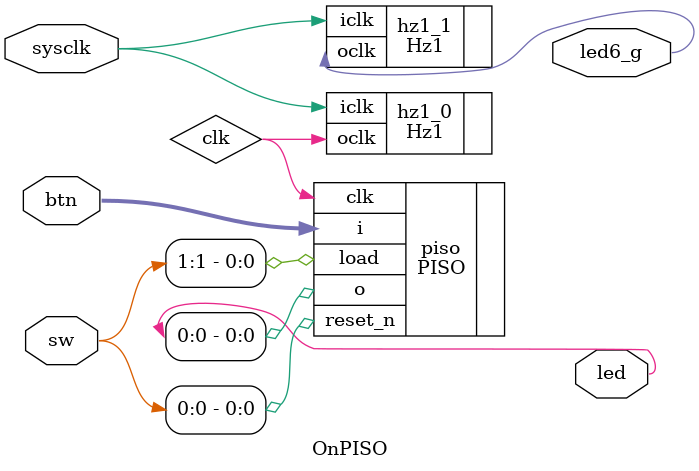
<source format=v>
`timescale 1ns / 1ps


module OnPISO(
    output led6_g,
    output [3:0]led,
    input sysclk,
    input[3:0]sw,
    input [3:0]btn
    );
    
    wire clk;
    
    Hz1#(125000000, 1) hz1_0(.oclk(clk), .iclk(sysclk));
    Hz1#(125000000, 1) hz1_1(.oclk(led6_g), .iclk(sysclk));
    
    PISO #(4) piso(.o(led[0]), .clk(clk), .reset_n(sw[0]), .load(sw[1]), .i(btn));
endmodule

</source>
